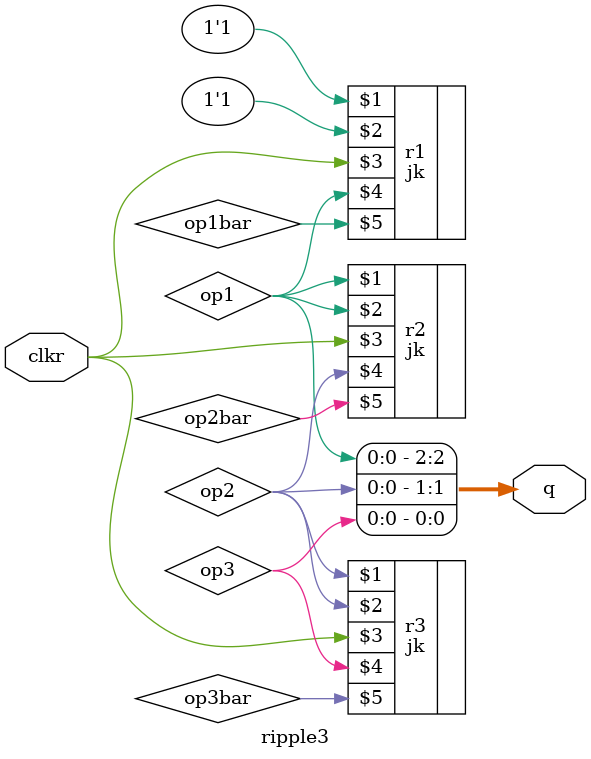
<source format=sv>
`timescale 1ns / 1ps
module ripple3(
input logic clkr,
output logic [0:2]q
);
reg op1,op2,op3,op1bar,op2bar,op3bar;
jk r1(1'b1,1'b1,clkr,op1,op1bar);
jk r2(op1,op1,clkr,op2,op2bar);
jk r3(op2,op2,clkr,op3,op3bar);
assign q[0] = op1;
assign q[1] = op2;
assign q[2] = op3;
endmodule


</source>
